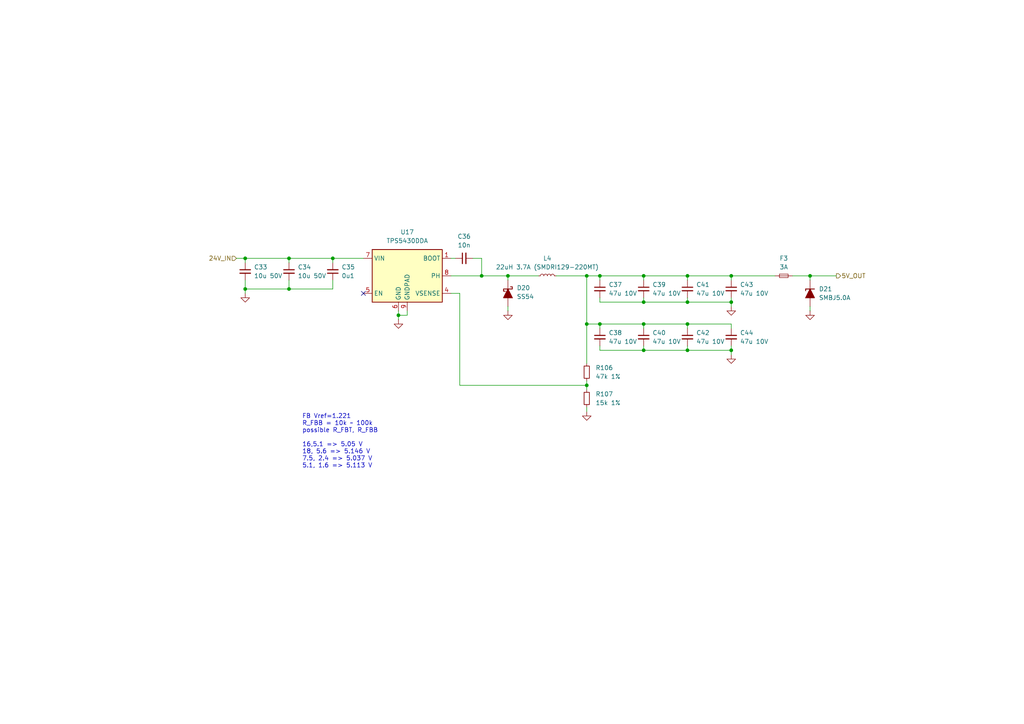
<source format=kicad_sch>
(kicad_sch (version 20250114) (generator "eeschema") (generator_version "9.0")
  (paper "A4")
  (lib_symbols
    (symbol "Device:C_Small" (pin_numbers (hide yes)) (pin_names (offset 0.254) (hide yes))
      (property "Reference" "C" (at 0.254 1.778 0))
      (property "Value" "C_Small" (at 0.254 -2.032 0))
      (symbol "C_Small_0_1"
        (polyline (pts (xy -1.524 0.508) (xy 1.524 0.508)) (stroke (width 0.3048)))
        (polyline (pts (xy -1.524 -0.508) (xy 1.524 -0.508)) (stroke (width 0.3302)))
      )
      (symbol "C_Small_1_1"
        (pin passive line (at 0 2.54 270) (length 2.032) (name "~") (number "1"))
        (pin passive line (at 0 -2.54 90) (length 2.032) (name "~") (number "2"))
      )
    )
    (symbol "Device:Fuse_Small" (pin_numbers (hide yes)) (pin_names (offset 0.254) (hide yes))
      (property "Reference" "F" (at 0 -1.524 0))
      (property "Value" "Fuse_Small" (at 0 1.524 0))
      (symbol "Fuse_Small_0_1"
        (rectangle (start -1.27 0.508) (end 1.27 -0.508))
        (polyline (pts (xy -1.27 0) (xy 1.27 0)))
      )
      (symbol "Fuse_Small_1_1"
        (pin passive line (at -2.54 0 0) (length 1.27) (name "~") (number "1"))
        (pin passive line (at 2.54 0 180) (length 1.27) (name "~") (number "2"))
      )
    )
    (symbol "Device:L_Small" (pin_numbers (hide yes)) (pin_names (offset 0.254) (hide yes))
      (property "Reference" "L" (at 0.762 1.016 0))
      (property "Value" "L_Small" (at 0.762 -1.016 0))
      (symbol "L_Small_0_1"
        (arc (start 0 2.032) (mid 0.5058 1.524) (end 0 1.016))
        (arc (start 0 1.016) (mid 0.5058 0.508) (end 0 0))
        (arc (start 0 0) (mid 0.5058 -0.508) (end 0 -1.016))
        (arc (start 0 -1.016) (mid 0.5058 -1.524) (end 0 -2.032))
      )
      (symbol "L_Small_1_1"
        (pin passive line (at 0 2.54 270) (length 0.508) (name "~") (number "1"))
        (pin passive line (at 0 -2.54 90) (length 0.508) (name "~") (number "2"))
      )
    )
    (symbol "Device:R_Small" (pin_numbers (hide yes)) (pin_names (offset 0.254) (hide yes))
      (property "Reference" "R" (at 0 0 90))
      (property "Value" "R_Small" (at 1.778 0 90))
      (symbol "R_Small_0_1"
        (rectangle (start -0.762 1.778) (end 0.762 -1.778) (stroke (width 0.2032)))
      )
      (symbol "R_Small_1_1"
        (pin passive line (at 0 2.54 270) (length 0.762) (name "~") (number "1"))
        (pin passive line (at 0 -2.54 90) (length 0.762) (name "~") (number "2"))
      )
    )
    (symbol "PCM_Diode_Schottky_AKL:SS54" (pin_numbers (hide yes)) (pin_names (offset 1.016) (hide yes))
      (property "Reference" "D" (at 0 5.08 0))
      (property "Value" "SS54" (at 0 2.54 0))
      (symbol "SS54_0_1"
        (polyline (pts (xy -1.27 0) (xy 1.27 0)))
        (polyline (pts (xy -1.27 -1.27) (xy -1.27 1.27) (xy 1.27 0) (xy -1.27 -1.27)) (stroke (width 0.254)) (fill (type outline)))
        (polyline (pts (xy 1.905 -0.762) (xy 1.905 -1.27) (xy 1.27 -1.27) (xy 1.27 1.27) (xy 0.635 1.27) (xy 0.635 0.762)) (stroke (width 0.254)))
      )
      (symbol "SS54_0_2"
        (polyline (pts (xy -2.54 -2.54) (xy 2.54 2.54)))
        (polyline (pts (xy -0.889 -0.889) (xy -1.778 0) (xy 0.889 0.889) (xy 0 -1.778) (xy -0.889 -0.889)) (stroke (width 0.254)) (fill (type outline)))
        (polyline (pts (xy 0 1.778) (xy 1.778 0)) (stroke (width 0.254)))
        (polyline (pts (xy 0 1.778) (xy -0.381 1.397) (xy 0 1.016)) (stroke (width 0.254)))
        (polyline (pts (xy 1.778 0) (xy 2.159 0.381) (xy 1.778 0.762)) (stroke (width 0.254)))
      )
      (symbol "SS54_1_1"
        (pin passive line (at -3.81 0 0) (length 2.54) (name "A") (number "2"))
        (pin passive line (at 3.81 0 180) (length 2.54) (name "K") (number "1"))
      )
      (symbol "SS54_1_2"
        (pin passive line (at -2.54 -2.54 0) (length 0) (name "A") (number "2"))
        (pin passive line (at 2.54 2.54 180) (length 0) (name "K") (number "1"))
      )
    )
    (symbol "PCM_Diode_TVS_AKL:SMBJ5.0A" (pin_numbers (hide yes)) (pin_names (offset 1.016) (hide yes))
      (property "Reference" "D" (at 0 5.08 0))
      (property "Value" "SMBJ5.0A" (at 0 2.54 0))
      (symbol "SMBJ5.0A_0_1"
        (polyline (pts (xy -1.27 1.27) (xy -1.27 -1.27) (xy 1.27 0) (xy -1.27 1.27)) (stroke (width 0.254)) (fill (type outline)))
        (polyline (pts (xy -1.27 0) (xy 1.27 0)))
        (polyline (pts (xy 1.27 1.27) (xy 0.762 1.27)) (stroke (width 0.254)))
        (polyline (pts (xy 1.27 -1.27) (xy 1.27 1.27)) (stroke (width 0.254)))
      )
      (symbol "SMBJ5.0A_0_2"
        (polyline (pts (xy -2.54 -2.54) (xy 2.54 2.54)))
        (polyline (pts (xy -0.889 -0.889) (xy -1.778 0) (xy 0.889 0.889) (xy 0 -1.778) (xy -0.889 -0.889)) (stroke (width 0.254)) (fill (type outline)))
        (polyline (pts (xy 0 1.778) (xy -0.381 1.397)) (stroke (width 0.254)))
        (polyline (pts (xy 0 1.778) (xy 1.778 0)) (stroke (width 0.254)))
      )
      (symbol "SMBJ5.0A_1_1"
        (pin passive line (at -3.81 0 0) (length 2.54) (name "A") (number "2"))
        (pin passive line (at 3.81 0 180) (length 2.54) (name "K") (number "1"))
      )
      (symbol "SMBJ5.0A_1_2"
        (pin passive line (at -2.54 -2.54 0) (length 0) (name "A") (number "2"))
        (pin passive line (at 2.54 2.54 180) (length 0) (name "K") (number "1"))
      )
    )
    (symbol "Regulator_Switching:TPS5430DDA"
      (property "Reference" "U" (at -10.16 8.89 0))
      (property "Value" "TPS5430DDA" (at -1.27 8.89 0))
      (symbol "TPS5430DDA_0_1"
        (rectangle (start -10.16 7.62) (end 10.16 -7.62) (stroke (width 0.254)) (fill (type background)))
      )
      (symbol "TPS5430DDA_1_1"
        (pin power_in line (at -12.7 5.08 0) (length 2.54) (name "VIN") (number "7"))
        (pin input line (at -12.7 -5.08 0) (length 2.54) (name "EN") (number "5"))
        (pin no_connect line (at -10.16 2.54 0) (length 2.54) (hide yes) (name "NC") (number "2"))
        (pin no_connect line (at -10.16 -2.54 0) (length 2.54) (hide yes) (name "NC") (number "3"))
        (pin power_in line (at -2.54 -10.16 90) (length 2.54) (name "GND") (number "6"))
        (pin power_in line (at 0 -10.16 90) (length 2.54) (name "GNDPAD") (number "9"))
        (pin input line (at 12.7 5.08 180) (length 2.54) (name "BOOT") (number "1"))
        (pin output line (at 12.7 0 180) (length 2.54) (name "PH") (number "8"))
        (pin input line (at 12.7 -5.08 180) (length 2.54) (name "VSENSE") (number "4"))
      )
    )
    (symbol "power:GND" (power) (pin_numbers (hide yes)) (pin_names (offset 0) (hide yes))
      (property "Value" "GND" (at 0 -3.81 0))
      (symbol "GND_0_1"
        (polyline (pts (xy 0 0) (xy 0 -1.27) (xy 1.27 -1.27) (xy 0 -2.54) (xy -1.27 -1.27) (xy 0 -1.27)))
      )
      (symbol "GND_1_1"
        (pin power_in line (at 0 0 270) (length 0) (name "~") (number "1"))
      )
    )
  )
  (text "FB Vref=1.221\nR_FBB = 10k ~ 100k\npossible R_FBT, R_FBB\n\n16,5.1 => 5.05 V\n18, 5.6 => 5.146 V\n7.5, 2.4 => 5.037 V\n5.1, 1.6 => 5.113 V" (at 87.63 135.89 0) (effects (font (size 1.27 1.27)) (justify left bottom)))
  (junction (at 234.95 80.01))
  (junction (at 170.18 111.76))
  (junction (at 115.57 91.44))
  (junction (at 170.18 93.98))
  (junction (at 96.52 74.93))
  (junction (at 71.12 83.82))
  (junction (at 186.69 93.98))
  (junction (at 186.69 80.01))
  (junction (at 71.12 74.93))
  (junction (at 212.09 87.63))
  (junction (at 147.32 80.01))
  (junction (at 139.7 80.01))
  (junction (at 199.39 93.98))
  (junction (at 83.82 74.93))
  (junction (at 199.39 101.6))
  (junction (at 212.09 101.6))
  (junction (at 186.69 101.6))
  (junction (at 199.39 80.01))
  (junction (at 83.82 83.82))
  (junction (at 173.99 93.98))
  (junction (at 199.39 87.63))
  (junction (at 212.09 80.01))
  (junction (at 170.18 80.01))
  (junction (at 186.69 87.63))
  (junction (at 173.99 80.01))
  (no_connect (at 105.41 85.09))
  (wire (pts (xy 170.18 110.49) (xy 170.18 111.76)))
  (wire (pts (xy 96.52 76.2) (xy 96.52 74.93)))
  (wire (pts (xy 71.12 83.82) (xy 83.82 83.82)))
  (wire (pts (xy 115.57 91.44) (xy 115.57 90.17)))
  (wire (pts (xy 71.12 85.09) (xy 71.12 83.82)))
  (wire (pts (xy 147.32 80.01) (xy 156.21 80.01)))
  (wire (pts (xy 199.39 93.98) (xy 199.39 95.25)))
  (wire (pts (xy 212.09 80.01) (xy 212.09 81.28)))
  (wire (pts (xy 173.99 80.01) (xy 186.69 80.01)))
  (wire (pts (xy 147.32 81.28) (xy 147.32 80.01)))
  (wire (pts (xy 118.11 91.44) (xy 118.11 90.17)))
  (wire (pts (xy 170.18 119.38) (xy 170.18 118.11)))
  (wire (pts (xy 186.69 93.98) (xy 186.69 95.25)))
  (wire (pts (xy 170.18 80.01) (xy 170.18 93.98)))
  (wire (pts (xy 186.69 93.98) (xy 199.39 93.98)))
  (wire (pts (xy 199.39 101.6) (xy 212.09 101.6)))
  (wire (pts (xy 130.81 80.01) (xy 139.7 80.01)))
  (wire (pts (xy 71.12 74.93) (xy 71.12 76.2)))
  (wire (pts (xy 186.69 101.6) (xy 199.39 101.6)))
  (wire (pts (xy 186.69 81.28) (xy 186.69 80.01)))
  (wire (pts (xy 199.39 87.63) (xy 212.09 87.63)))
  (wire (pts (xy 186.69 87.63) (xy 199.39 87.63)))
  (wire (pts (xy 229.87 80.01) (xy 234.95 80.01)))
  (wire (pts (xy 234.95 80.01) (xy 242.57 80.01)))
  (wire (pts (xy 234.95 88.9) (xy 234.95 90.17)))
  (wire (pts (xy 115.57 92.71) (xy 115.57 91.44)))
  (wire (pts (xy 173.99 87.63) (xy 186.69 87.63)))
  (wire (pts (xy 186.69 87.63) (xy 186.69 86.36)))
  (wire (pts (xy 173.99 95.25) (xy 173.99 93.98)))
  (wire (pts (xy 212.09 101.6) (xy 212.09 100.33)))
  (wire (pts (xy 83.82 83.82) (xy 83.82 81.28)))
  (wire (pts (xy 115.57 91.44) (xy 118.11 91.44)))
  (wire (pts (xy 173.99 81.28) (xy 173.99 80.01)))
  (wire (pts (xy 139.7 74.93) (xy 139.7 80.01)))
  (wire (pts (xy 212.09 87.63) (xy 212.09 88.9)))
  (wire (pts (xy 96.52 74.93) (xy 105.41 74.93)))
  (wire (pts (xy 83.82 74.93) (xy 96.52 74.93)))
  (wire (pts (xy 186.69 100.33) (xy 186.69 101.6)))
  (wire (pts (xy 170.18 93.98) (xy 173.99 93.98)))
  (wire (pts (xy 173.99 87.63) (xy 173.99 86.36)))
  (wire (pts (xy 133.35 85.09) (xy 133.35 111.76)))
  (wire (pts (xy 96.52 81.28) (xy 96.52 83.82)))
  (wire (pts (xy 186.69 80.01) (xy 199.39 80.01)))
  (wire (pts (xy 161.29 80.01) (xy 170.18 80.01)))
  (wire (pts (xy 173.99 101.6) (xy 186.69 101.6)))
  (wire (pts (xy 68.58 74.93) (xy 71.12 74.93)))
  (wire (pts (xy 199.39 93.98) (xy 212.09 93.98)))
  (wire (pts (xy 212.09 80.01) (xy 224.79 80.01)))
  (wire (pts (xy 170.18 111.76) (xy 170.18 113.03)))
  (wire (pts (xy 170.18 80.01) (xy 173.99 80.01)))
  (wire (pts (xy 199.39 80.01) (xy 212.09 80.01)))
  (wire (pts (xy 133.35 85.09) (xy 130.81 85.09)))
  (wire (pts (xy 139.7 80.01) (xy 147.32 80.01)))
  (wire (pts (xy 96.52 83.82) (xy 83.82 83.82)))
  (wire (pts (xy 173.99 100.33) (xy 173.99 101.6)))
  (wire (pts (xy 130.81 74.93) (xy 132.08 74.93)))
  (wire (pts (xy 133.35 111.76) (xy 170.18 111.76)))
  (wire (pts (xy 170.18 93.98) (xy 170.18 105.41)))
  (wire (pts (xy 234.95 80.01) (xy 234.95 81.28)))
  (wire (pts (xy 199.39 100.33) (xy 199.39 101.6)))
  (wire (pts (xy 71.12 74.93) (xy 83.82 74.93)))
  (wire (pts (xy 199.39 87.63) (xy 199.39 86.36)))
  (wire (pts (xy 212.09 86.36) (xy 212.09 87.63)))
  (wire (pts (xy 173.99 93.98) (xy 186.69 93.98)))
  (wire (pts (xy 147.32 90.17) (xy 147.32 88.9)))
  (wire (pts (xy 71.12 83.82) (xy 71.12 81.28)))
  (wire (pts (xy 212.09 101.6) (xy 212.09 102.87)))
  (wire (pts (xy 212.09 93.98) (xy 212.09 95.25)))
  (wire (pts (xy 83.82 74.93) (xy 83.82 76.2)))
  (wire (pts (xy 137.16 74.93) (xy 139.7 74.93)))
  (wire (pts (xy 199.39 81.28) (xy 199.39 80.01)))
  (hierarchical_label "5V_OUT" (shape output) (at 242.57 80.01 0))
  (hierarchical_label "24V_IN" (shape input) (at 68.58 74.93 180))
  (symbol (lib_id "Device:C_Small") (at 83.82 78.74 0) (unit 1)
    (property "Reference" "C22" (at 86.36 77.4762 0) (effects (justify left)))
    (property "Value" "10u 50V" (at 86.36 80.0162 0) (effects (justify left)))
    (property "Footprint" "Capacitor_SMD:C_1206_3216Metric" (effects (hide yes)))
    (property "Description" "Unpolarized capacitor, small symbol" (effects (hide yes)))
    (instances (project "Dash_Screen" (path "" (reference "C34") (unit 1)) (path "" (reference "C22") (unit 1))))
  )
  (symbol (lib_id "PCM_Diode_TVS_AKL:SMBJ5.0A") (at 234.95 85.09 90) (unit 1)
    (property "Reference" "D19" (at 237.49 83.8199 90) (effects (justify right)))
    (property "Value" "SMBJ5.0A" (at 237.49 86.3599 90) (effects (justify right)))
    (property "Footprint" "Diode_SMD:D_SMB" (effects (hide yes)))
    (property "Datasheet" "https://www.tme.eu/Document/0b6222bec7e12d83185b51d73cb6a54d/SMBJ_ser.pdf" (effects (hide yes)))
    (property "Description" "SMB Unidirectional TVS diode, 5V, 600W, Alternate KiCAD Library" (effects (hide yes)))
    (instances (project "Dash_Screen" (path "" (reference "D21") (unit 1)) (path "" (reference "D19") (unit 1))))
  )
  (symbol (lib_id "Device:Fuse_Small") (at 227.33 80.01 0) (unit 1)
    (property "Reference" "F2" (at 227.33 74.93 0))
    (property "Value" "3A" (at 227.33 77.47 0))
    (property "Footprint" "Fuse:Fuse_1206_3216Metric" (effects (hide yes)))
    (property "Description" "Fuse, small symbol" (effects (hide yes)))
    (instances (project "Dash_Screen" (path "" (reference "F3") (unit 1)) (path "" (reference "F2") (unit 1))))
  )
  (symbol (lib_id "Device:C_Small") (at 186.69 97.79 0) (unit 1)
    (property "Reference" "C28" (at 189.23 96.5262 0) (effects (justify left)))
    (property "Value" "47u 10V" (at 189.23 99.0662 0) (effects (justify left)))
    (property "Footprint" "Capacitor_SMD:C_1206_3216Metric" (effects (hide yes)))
    (property "Description" "CL31A476MPHNNN" (effects (hide yes)))
    (instances (project "Dash_Screen" (path "" (reference "C40") (unit 1)) (path "" (reference "C28") (unit 1))))
  )
  (symbol (lib_id "Device:C_Small") (at 173.99 97.79 0) (unit 1)
    (property "Reference" "C26" (at 176.53 96.5262 0) (effects (justify left)))
    (property "Value" "47u 10V" (at 176.53 99.0662 0) (effects (justify left)))
    (property "Footprint" "Capacitor_SMD:C_1206_3216Metric" (effects (hide yes)))
    (property "Description" "CL31A476MPHNNN" (effects (hide yes)))
    (instances (project "Dash_Screen" (path "" (reference "C38") (unit 1)) (path "" (reference "C26") (unit 1))))
  )
  (symbol (lib_id "power:GND") (at 212.09 102.87 0) (unit 1)
    (property "Reference" "#PWR093" (effects (hide yes)))
    (property "Value" "GND" (effects (hide yes)))
    (property "Description" "Power symbol creates a global label with name \"GND\" , ground" (effects (hide yes)))
    (instances (project "Dash_Screen" (path "" (reference "#PWR0100") (unit 1)) (path "" (reference "#PWR093") (unit 1))))
  )
  (symbol (lib_id "PCM_Diode_Schottky_AKL:SS54") (at 147.32 85.09 90) (unit 1)
    (property "Reference" "D18" (at 149.86 83.5024 90) (effects (justify right)))
    (property "Value" "SS54" (at 149.86 86.0424 90) (effects (justify right)))
    (property "Footprint" "Diode_SMD:D_SMA" (effects (hide yes)))
    (property "Datasheet" "https://www.laro.com.pl/pdf/ss56.pdf" (effects (hide yes)))
    (property "Description" "SMC Schottky diode, 40V, 5A, Alternate KiCAD Library" (effects (hide yes)))
    (instances (project "Dash_Screen" (path "" (reference "D20") (unit 1)) (path "" (reference "D18") (unit 1))))
  )
  (symbol (lib_id "Device:C_Small") (at 212.09 97.79 0) (unit 1)
    (property "Reference" "C32" (at 214.63 96.5262 0) (effects (justify left)))
    (property "Value" "47u 10V" (at 214.63 99.0662 0) (effects (justify left)))
    (property "Footprint" "Capacitor_SMD:C_1206_3216Metric" (effects (hide yes)))
    (property "Description" "CL31A476MPHNNN" (effects (hide yes)))
    (instances (project "Dash_Screen" (path "" (reference "C44") (unit 1)) (path "" (reference "C32") (unit 1))))
  )
  (symbol (lib_id "power:GND") (at 234.95 90.17 0) (unit 1)
    (property "Reference" "#PWR094" (effects (hide yes)))
    (property "Value" "GND" (effects (hide yes)))
    (property "Description" "Power symbol creates a global label with name \"GND\" , ground" (effects (hide yes)))
    (instances (project "Dash_Screen" (path "" (reference "#PWR0101") (unit 1)) (path "" (reference "#PWR094") (unit 1))))
  )
  (symbol (lib_id "Device:C_Small") (at 71.12 78.74 0) (unit 1)
    (property "Reference" "C21" (at 73.66 77.4762 0) (effects (justify left)))
    (property "Value" "10u 50V" (at 73.66 80.0162 0) (effects (justify left)))
    (property "Footprint" "Capacitor_SMD:C_1206_3216Metric" (effects (hide yes)))
    (property "Description" "Unpolarized capacitor, small symbol" (effects (hide yes)))
    (instances (project "Dash_Screen" (path "" (reference "C33") (unit 1)) (path "" (reference "C21") (unit 1))))
  )
  (symbol (lib_id "Device:C_Small") (at 199.39 97.79 0) (unit 1)
    (property "Reference" "C30" (at 201.93 96.5262 0) (effects (justify left)))
    (property "Value" "47u 10V" (at 201.93 99.0662 0) (effects (justify left)))
    (property "Footprint" "Capacitor_SMD:C_1206_3216Metric" (effects (hide yes)))
    (property "Description" "CL31A476MPHNNN" (effects (hide yes)))
    (instances (project "Dash_Screen" (path "" (reference "C42") (unit 1)) (path "" (reference "C30") (unit 1))))
  )
  (symbol (lib_id "power:GND") (at 147.32 90.17 0) (unit 1)
    (property "Reference" "#PWR090" (effects (hide yes)))
    (property "Value" "GND" (effects (hide yes)))
    (property "Description" "Power symbol creates a global label with name \"GND\" , ground" (effects (hide yes)))
    (instances (project "Dash_Screen" (path "" (reference "#PWR097") (unit 1)) (path "" (reference "#PWR090") (unit 1))))
  )
  (symbol (lib_id "Device:C_Small") (at 212.09 83.82 0) (unit 1)
    (property "Reference" "C31" (at 214.63 82.5562 0) (effects (justify left)))
    (property "Value" "47u 10V" (at 214.63 85.0962 0) (effects (justify left)))
    (property "Footprint" "Capacitor_SMD:C_1206_3216Metric" (effects (hide yes)))
    (property "Description" "CL31A476MPHNNN" (effects (hide yes)))
    (instances (project "Dash_Screen" (path "" (reference "C43") (unit 1)) (path "" (reference "C31") (unit 1))))
  )
  (symbol (lib_id "Device:C_Small") (at 173.99 83.82 0) (unit 1)
    (property "Reference" "C25" (at 176.53 82.5562 0) (effects (justify left)))
    (property "Value" "47u 10V" (at 176.53 85.0962 0) (effects (justify left)))
    (property "Footprint" "Capacitor_SMD:C_1206_3216Metric" (effects (hide yes)))
    (property "Description" "CL31A476MPHNNN" (effects (hide yes)))
    (instances (project "Dash_Screen" (path "" (reference "C37") (unit 1)) (path "" (reference "C25") (unit 1))))
  )
  (symbol (lib_id "Device:L_Small") (at 158.75 80.01 90) (unit 1)
    (property "Reference" "L3" (at 158.75 74.93 90))
    (property "Value" "22uH 3.7A (SMDRI129-220MT)" (at 158.75 77.47 90))
    (property "Footprint" "Inductor_SMD:L_Bourns_SRR1260" (effects (hide yes)))
    (property "Description" "Inductor, small symbol" (effects (hide yes)))
    (instances (project "Dash_Screen" (path "" (reference "L4") (unit 1)) (path "" (reference "L3") (unit 1))))
  )
  (symbol (lib_id "Device:C_Small") (at 186.69 83.82 0) (unit 1)
    (property "Reference" "C27" (at 189.23 82.5562 0) (effects (justify left)))
    (property "Value" "47u 10V" (at 189.23 85.0962 0) (effects (justify left)))
    (property "Footprint" "Capacitor_SMD:C_1206_3216Metric" (effects (hide yes)))
    (property "Description" "CL31A476MPHNNN" (effects (hide yes)))
    (instances (project "Dash_Screen" (path "" (reference "C39") (unit 1)) (path "" (reference "C27") (unit 1))))
  )
  (symbol (lib_id "Device:R_Small") (at 170.18 107.95 0) (unit 1)
    (property "Reference" "R104" (at 172.72 106.68 0) (effects (justify left)))
    (property "Value" "47k 1%" (at 172.72 109.22 0) (effects (justify left)))
    (property "Footprint" "Resistor_SMD:R_0603_1608Metric" (effects (hide yes)))
    (property "Description" "Resistor, small symbol" (effects (hide yes)))
    (instances (project "Dash_Screen" (path "" (reference "R106") (unit 1)) (path "" (reference "R104") (unit 1))))
  )
  (symbol (lib_id "power:GND") (at 212.09 88.9 0) (unit 1)
    (property "Reference" "#PWR092" (effects (hide yes)))
    (property "Value" "GND" (effects (hide yes)))
    (property "Description" "Power symbol creates a global label with name \"GND\" , ground" (effects (hide yes)))
    (instances (project "Dash_Screen" (path "" (reference "#PWR099") (unit 1)) (path "" (reference "#PWR092") (unit 1))))
  )
  (symbol (lib_id "power:GND") (at 115.57 92.71 0) (unit 1)
    (property "Reference" "#PWR089" (effects (hide yes)))
    (property "Value" "GND" (effects (hide yes)))
    (property "Description" "Power symbol creates a global label with name \"GND\" , ground" (effects (hide yes)))
    (instances (project "Dash_Screen" (path "" (reference "#PWR096") (unit 1)) (path "" (reference "#PWR089") (unit 1))))
  )
  (symbol (lib_id "power:GND") (at 170.18 119.38 0) (unit 1)
    (property "Reference" "#PWR091" (effects (hide yes)))
    (property "Value" "GND" (effects (hide yes)))
    (property "Description" "Power symbol creates a global label with name \"GND\" , ground" (effects (hide yes)))
    (instances (project "Dash_Screen" (path "" (reference "#PWR098") (unit 1)) (path "" (reference "#PWR091") (unit 1))))
  )
  (symbol (lib_id "Device:R_Small") (at 170.18 115.57 0) (unit 1)
    (property "Reference" "R105" (at 172.72 114.3 0) (effects (justify left)))
    (property "Value" "15k 1%" (at 172.72 116.84 0) (effects (justify left)))
    (property "Footprint" "Resistor_SMD:R_0603_1608Metric" (effects (hide yes)))
    (property "Description" "Resistor, small symbol" (effects (hide yes)))
    (instances (project "Dash_Screen" (path "" (reference "R107") (unit 1)) (path "" (reference "R105") (unit 1))))
  )
  (symbol (lib_id "Regulator_Switching:TPS5430DDA") (at 118.11 80.01 0) (unit 1)
    (property "Reference" "U16" (at 118.11 67.31 0))
    (property "Value" "TPS5430DDA" (at 118.11 69.85 0))
    (property "Footprint" "Package_SO:TI_SO-PowerPAD-8_ThermalVias" (effects (hide yes)))
    (property "Datasheet" "http://www.ti.com/lit/ds/symlink/tps5430.pdf" (effects (hide yes)))
    (property "Description" "3A, Step Down Swift Converter, Adjustable Output Voltage, 5.5-36V Input Voltage, PowerSO-8" (effects (hide yes)))
    (instances (project "Dash_Screen" (path "" (reference "U17") (unit 1)) (path "" (reference "U16") (unit 1))))
  )
  (symbol (lib_id "Device:C_Small") (at 199.39 83.82 0) (unit 1)
    (property "Reference" "C29" (at 201.93 82.5562 0) (effects (justify left)))
    (property "Value" "47u 10V" (at 201.93 85.0962 0) (effects (justify left)))
    (property "Footprint" "Capacitor_SMD:C_1206_3216Metric" (effects (hide yes)))
    (property "Description" "CL31A476MPHNNN" (effects (hide yes)))
    (instances (project "Dash_Screen" (path "" (reference "C41") (unit 1)) (path "" (reference "C29") (unit 1))))
  )
  (symbol (lib_id "Device:C_Small") (at 96.52 78.74 180) (unit 1)
    (property "Reference" "C23" (at 99.06 77.4635 0) (effects (justify right)))
    (property "Value" "0u1" (at 99.06 80.0035 0) (effects (justify right)))
    (property "Footprint" "Capacitor_SMD:C_0603_1608Metric" (effects (hide yes)))
    (property "Description" "Unpolarized capacitor, small symbol" (effects (hide yes)))
    (instances (project "Dash_Screen" (path "" (reference "C35") (unit 1)) (path "" (reference "C23") (unit 1))))
  )
  (symbol (lib_id "power:GND") (at 71.12 85.09 0) (unit 1)
    (property "Reference" "#PWR088" (effects (hide yes)))
    (property "Value" "GND" (effects (hide yes)))
    (property "Description" "Power symbol creates a global label with name \"GND\" , ground" (effects (hide yes)))
    (instances (project "Dash_Screen" (path "" (reference "#PWR095") (unit 1)) (path "" (reference "#PWR088") (unit 1))))
  )
  (symbol (lib_id "Device:C_Small") (at 134.62 74.93 90) (unit 1)
    (property "Reference" "C24" (at 134.6263 68.58 90))
    (property "Value" "10n" (at 134.6263 71.12 90))
    (property "Footprint" "Capacitor_SMD:C_0603_1608Metric" (effects (hide yes)))
    (property "Description" "Unpolarized capacitor, small symbol" (effects (hide yes)))
    (instances (project "Dash_Screen" (path "" (reference "C36") (unit 1)) (path "" (reference "C24") (unit 1))))
  )
)
</source>
